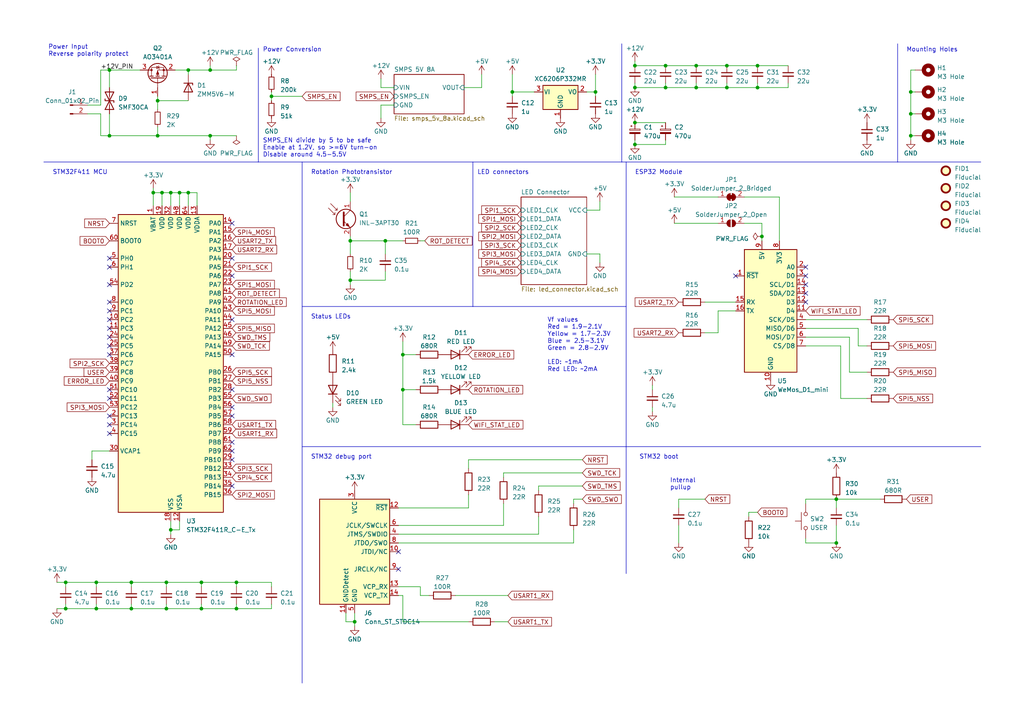
<source format=kicad_sch>
(kicad_sch (version 20230121) (generator eeschema)
  (paper "A4")
  (junction (at 31.75 39.37))
  (junction (at 201.93 19.05))
  (junction (at 38.1 168.91))
  (junction (at 31.75 20.32))
  (junction (at 201.93 25.4))
  (junction (at 242.57 157.48))
  (junction (at 220.98 68.58))
  (junction (at 27.94 168.91))
  (junction (at 184.15 35.56))
  (junction (at 19.05 176.53))
  (junction (at 116.84 102.87))
  (junction (at 184.15 19.05))
  (junction (at 242.57 144.78))
  (junction (at 101.6 81.28))
  (junction (at 184.15 41.91))
  (junction (at 264.16 33.02))
  (junction (at 27.94 176.53))
  (junction (at 101.6 69.85))
  (junction (at 60.96 39.37))
  (junction (at 148.59 26.67))
  (junction (at 193.04 19.05))
  (junction (at 68.58 168.91))
  (junction (at 60.96 20.32))
  (junction (at 210.82 25.4))
  (junction (at 48.26 176.53))
  (junction (at 219.71 25.4))
  (junction (at 49.53 153.67))
  (junction (at 46.99 55.88))
  (junction (at 44.45 55.88))
  (junction (at 210.82 19.05))
  (junction (at 49.53 55.88))
  (junction (at 264.16 39.37))
  (junction (at 219.71 19.05))
  (junction (at 19.05 168.91))
  (junction (at 264.16 26.67))
  (junction (at 102.87 180.34))
  (junction (at 116.84 113.03))
  (junction (at 38.1 176.53))
  (junction (at 172.72 26.67))
  (junction (at 45.72 39.37))
  (junction (at 48.26 168.91))
  (junction (at 54.61 20.32))
  (junction (at 78.74 27.94))
  (junction (at 45.72 29.21))
  (junction (at 184.15 25.4))
  (junction (at 68.58 176.53))
  (junction (at 54.61 55.88))
  (junction (at 111.76 69.85))
  (junction (at 193.04 25.4))
  (junction (at 58.42 176.53))
  (junction (at 58.42 168.91))
  (junction (at 52.07 55.88))
  (no_connect (at 31.75 90.17))
  (no_connect (at 67.31 80.01))
  (no_connect (at 233.68 80.01))
  (no_connect (at 67.31 118.11))
  (no_connect (at 31.75 92.71))
  (no_connect (at 31.75 77.47))
  (no_connect (at 67.31 128.27))
  (no_connect (at 115.57 165.1))
  (no_connect (at 233.68 77.47))
  (no_connect (at 31.75 102.87))
  (no_connect (at 115.57 160.02))
  (no_connect (at 233.68 85.09))
  (no_connect (at 31.75 97.79))
  (no_connect (at 67.31 120.65))
  (no_connect (at 31.75 82.55))
  (no_connect (at 31.75 125.73))
  (no_connect (at 67.31 130.81))
  (no_connect (at 67.31 140.97))
  (no_connect (at 67.31 74.93))
  (no_connect (at 233.68 82.55))
  (no_connect (at 67.31 113.03))
  (no_connect (at 67.31 133.35))
  (no_connect (at 67.31 92.71))
  (no_connect (at 31.75 74.93))
  (no_connect (at 31.75 95.25))
  (no_connect (at 31.75 120.65))
  (no_connect (at 31.75 113.03))
  (no_connect (at 31.75 100.33))
  (no_connect (at 233.68 87.63))
  (no_connect (at 67.31 64.77))
  (no_connect (at 31.75 87.63))
  (no_connect (at 31.75 123.19))
  (no_connect (at 67.31 102.87))
  (no_connect (at 213.36 80.01))
  (no_connect (at 31.75 115.57))
  (wire (pts (xy 193.04 24.13) (xy 193.04 25.4)))
  (wire (pts (xy 114.3 25.4) (xy 110.49 25.4)))
  (wire (pts (xy 173.99 73.66) (xy 173.99 76.2)))
  (wire (pts (xy 101.6 68.58) (xy 101.6 69.85)))
  (wire (pts (xy 54.61 29.21) (xy 45.72 29.21)))
  (wire (pts (xy 193.04 19.05) (xy 201.93 19.05)))
  (polyline (pts (xy 137.16 46.99) (xy 137.16 88.9)))
  (wire (pts (xy 264.16 26.67) (xy 265.43 26.67)))
  (wire (pts (xy 29.21 33.02) (xy 29.21 39.37)))
  (wire (pts (xy 49.53 55.88) (xy 46.99 55.88)))
  (wire (pts (xy 173.99 58.42) (xy 173.99 60.96)))
  (wire (pts (xy 31.75 20.32) (xy 31.75 25.4)))
  (wire (pts (xy 96.52 116.84) (xy 96.52 118.11)))
  (wire (pts (xy 27.94 168.91) (xy 27.94 170.18)))
  (wire (pts (xy 45.72 29.21) (xy 45.72 27.94)))
  (wire (pts (xy 121.92 170.18) (xy 121.92 172.72)))
  (wire (pts (xy 44.45 55.88) (xy 44.45 59.69)))
  (wire (pts (xy 132.08 172.72) (xy 147.32 172.72)))
  (wire (pts (xy 54.61 20.32) (xy 60.96 20.32)))
  (wire (pts (xy 264.16 39.37) (xy 265.43 39.37)))
  (wire (pts (xy 168.91 137.16) (xy 146.05 137.16)))
  (wire (pts (xy 52.07 55.88) (xy 49.53 55.88)))
  (wire (pts (xy 148.59 26.67) (xy 148.59 27.94)))
  (wire (pts (xy 170.18 73.66) (xy 173.99 73.66)))
  (wire (pts (xy 184.15 24.13) (xy 184.15 25.4)))
  (wire (pts (xy 264.16 40.64) (xy 264.16 39.37)))
  (polyline (pts (xy 87.63 46.99) (xy 87.63 198.12)))
  (wire (pts (xy 27.94 168.91) (xy 38.1 168.91)))
  (wire (pts (xy 208.28 96.52) (xy 208.28 90.17)))
  (wire (pts (xy 242.57 152.4) (xy 242.57 157.48)))
  (wire (pts (xy 29.21 30.48) (xy 29.21 20.32)))
  (wire (pts (xy 201.93 19.05) (xy 210.82 19.05)))
  (polyline (pts (xy 180.34 46.99) (xy 260.35 46.99)))
  (wire (pts (xy 220.98 68.58) (xy 220.98 69.85)))
  (wire (pts (xy 210.82 25.4) (xy 219.71 25.4)))
  (wire (pts (xy 228.6 24.13) (xy 228.6 25.4)))
  (wire (pts (xy 116.84 113.03) (xy 120.65 113.03)))
  (wire (pts (xy 116.84 123.19) (xy 120.65 123.19)))
  (wire (pts (xy 116.84 113.03) (xy 116.84 123.19)))
  (wire (pts (xy 219.71 24.13) (xy 219.71 25.4)))
  (wire (pts (xy 233.68 144.78) (xy 242.57 144.78)))
  (wire (pts (xy 193.04 19.05) (xy 184.15 19.05)))
  (wire (pts (xy 208.28 90.17) (xy 213.36 90.17)))
  (wire (pts (xy 38.1 176.53) (xy 48.26 176.53)))
  (wire (pts (xy 116.84 180.34) (xy 135.89 180.34)))
  (wire (pts (xy 50.8 20.32) (xy 54.61 20.32)))
  (wire (pts (xy 100.33 180.34) (xy 102.87 180.34)))
  (wire (pts (xy 68.58 19.05) (xy 68.58 20.32)))
  (wire (pts (xy 217.17 148.59) (xy 217.17 149.86)))
  (polyline (pts (xy 260.35 46.99) (xy 284.48 46.99)))
  (wire (pts (xy 27.94 176.53) (xy 38.1 176.53)))
  (wire (pts (xy 27.94 175.26) (xy 27.94 176.53)))
  (wire (pts (xy 148.59 26.67) (xy 154.94 26.67)))
  (wire (pts (xy 168.91 140.97) (xy 156.21 140.97)))
  (wire (pts (xy 248.92 100.33) (xy 251.46 100.33)))
  (wire (pts (xy 156.21 154.94) (xy 156.21 149.86)))
  (wire (pts (xy 57.15 59.69) (xy 57.15 55.88)))
  (wire (pts (xy 233.68 95.25) (xy 248.92 95.25)))
  (wire (pts (xy 52.07 153.67) (xy 49.53 153.67)))
  (wire (pts (xy 148.59 21.59) (xy 148.59 26.67)))
  (wire (pts (xy 219.71 19.05) (xy 228.6 19.05)))
  (wire (pts (xy 19.05 168.91) (xy 27.94 168.91)))
  (wire (pts (xy 25.4 33.02) (xy 29.21 33.02)))
  (wire (pts (xy 184.15 35.56) (xy 193.04 35.56)))
  (wire (pts (xy 60.96 39.37) (xy 60.96 40.64)))
  (wire (pts (xy 57.15 55.88) (xy 54.61 55.88)))
  (wire (pts (xy 16.51 168.91) (xy 19.05 168.91)))
  (wire (pts (xy 116.84 99.06) (xy 116.84 102.87)))
  (polyline (pts (xy 181.61 129.54) (xy 181.61 88.9)))
  (wire (pts (xy 135.89 133.35) (xy 168.91 133.35)))
  (wire (pts (xy 45.72 39.37) (xy 60.96 39.37)))
  (wire (pts (xy 52.07 151.13) (xy 52.07 153.67)))
  (wire (pts (xy 78.74 176.53) (xy 78.74 175.26)))
  (wire (pts (xy 121.92 172.72) (xy 124.46 172.72)))
  (wire (pts (xy 101.6 55.88) (xy 101.6 58.42)))
  (wire (pts (xy 215.9 64.77) (xy 220.98 64.77)))
  (wire (pts (xy 156.21 140.97) (xy 156.21 142.24)))
  (wire (pts (xy 265.43 20.32) (xy 264.16 20.32)))
  (wire (pts (xy 115.57 152.4) (xy 146.05 152.4)))
  (wire (pts (xy 146.05 152.4) (xy 146.05 146.05)))
  (wire (pts (xy 68.58 175.26) (xy 68.58 176.53)))
  (wire (pts (xy 184.15 41.91) (xy 193.04 41.91)))
  (wire (pts (xy 233.68 144.78) (xy 233.68 146.05)))
  (wire (pts (xy 226.06 69.85) (xy 226.06 57.15)))
  (wire (pts (xy 201.93 24.13) (xy 201.93 25.4)))
  (wire (pts (xy 102.87 177.8) (xy 102.87 180.34)))
  (wire (pts (xy 19.05 176.53) (xy 27.94 176.53)))
  (polyline (pts (xy 87.63 129.54) (xy 181.61 129.54)))
  (wire (pts (xy 68.58 168.91) (xy 68.58 170.18)))
  (wire (pts (xy 196.85 144.78) (xy 204.47 144.78)))
  (wire (pts (xy 101.6 78.74) (xy 101.6 81.28)))
  (wire (pts (xy 264.16 20.32) (xy 264.16 26.67)))
  (wire (pts (xy 243.84 115.57) (xy 251.46 115.57)))
  (wire (pts (xy 48.26 175.26) (xy 48.26 176.53)))
  (wire (pts (xy 49.53 59.69) (xy 49.53 55.88)))
  (wire (pts (xy 220.98 64.77) (xy 220.98 68.58)))
  (wire (pts (xy 139.7 25.4) (xy 139.7 21.59)))
  (wire (pts (xy 110.49 30.48) (xy 110.49 34.29)))
  (wire (pts (xy 116.84 102.87) (xy 116.84 113.03)))
  (wire (pts (xy 184.15 40.64) (xy 184.15 41.91)))
  (wire (pts (xy 78.74 26.67) (xy 78.74 27.94)))
  (wire (pts (xy 248.92 95.25) (xy 248.92 100.33)))
  (wire (pts (xy 60.96 39.37) (xy 68.58 39.37)))
  (wire (pts (xy 38.1 168.91) (xy 48.26 168.91)))
  (wire (pts (xy 110.49 25.4) (xy 110.49 22.86)))
  (wire (pts (xy 25.4 30.48) (xy 29.21 30.48)))
  (wire (pts (xy 48.26 168.91) (xy 48.26 170.18)))
  (wire (pts (xy 195.58 57.15) (xy 208.28 57.15)))
  (wire (pts (xy 135.89 135.89) (xy 135.89 133.35)))
  (wire (pts (xy 115.57 154.94) (xy 156.21 154.94)))
  (wire (pts (xy 135.89 147.32) (xy 135.89 143.51)))
  (wire (pts (xy 196.85 144.78) (xy 196.85 147.32)))
  (wire (pts (xy 170.18 26.67) (xy 172.72 26.67)))
  (wire (pts (xy 265.43 33.02) (xy 264.16 33.02)))
  (wire (pts (xy 233.68 92.71) (xy 251.46 92.71)))
  (wire (pts (xy 201.93 25.4) (xy 210.82 25.4)))
  (wire (pts (xy 115.57 157.48) (xy 166.37 157.48)))
  (wire (pts (xy 111.76 78.74) (xy 111.76 81.28)))
  (polyline (pts (xy 137.16 88.9) (xy 87.63 88.9)))
  (wire (pts (xy 193.04 40.64) (xy 193.04 41.91)))
  (wire (pts (xy 243.84 100.33) (xy 243.84 115.57)))
  (wire (pts (xy 58.42 168.91) (xy 58.42 170.18)))
  (wire (pts (xy 189.23 111.76) (xy 189.23 113.03)))
  (wire (pts (xy 121.92 69.85) (xy 123.19 69.85)))
  (polyline (pts (xy 181.61 129.54) (xy 181.61 166.37)))
  (wire (pts (xy 233.68 156.21) (xy 233.68 157.48)))
  (wire (pts (xy 19.05 168.91) (xy 19.05 170.18)))
  (wire (pts (xy 31.75 130.81) (xy 26.67 130.81)))
  (wire (pts (xy 210.82 24.13) (xy 210.82 25.4)))
  (wire (pts (xy 48.26 176.53) (xy 58.42 176.53)))
  (wire (pts (xy 46.99 55.88) (xy 44.45 55.88)))
  (wire (pts (xy 45.72 29.21) (xy 45.72 31.75)))
  (wire (pts (xy 166.37 144.78) (xy 166.37 146.05)))
  (wire (pts (xy 116.84 102.87) (xy 120.65 102.87)))
  (wire (pts (xy 115.57 170.18) (xy 121.92 170.18)))
  (wire (pts (xy 31.75 39.37) (xy 45.72 39.37)))
  (wire (pts (xy 196.85 152.4) (xy 196.85 157.48)))
  (wire (pts (xy 204.47 87.63) (xy 213.36 87.63)))
  (wire (pts (xy 31.75 33.02) (xy 31.75 39.37)))
  (wire (pts (xy 233.68 97.79) (xy 246.38 97.79)))
  (wire (pts (xy 52.07 59.69) (xy 52.07 55.88)))
  (wire (pts (xy 38.1 168.91) (xy 38.1 170.18)))
  (wire (pts (xy 78.74 27.94) (xy 87.63 27.94)))
  (wire (pts (xy 45.72 36.83) (xy 45.72 39.37)))
  (wire (pts (xy 195.58 64.77) (xy 208.28 64.77)))
  (wire (pts (xy 16.51 176.53) (xy 19.05 176.53)))
  (wire (pts (xy 19.05 175.26) (xy 19.05 176.53)))
  (wire (pts (xy 204.47 96.52) (xy 208.28 96.52)))
  (wire (pts (xy 189.23 118.11) (xy 189.23 119.38)))
  (wire (pts (xy 210.82 19.05) (xy 219.71 19.05)))
  (wire (pts (xy 193.04 25.4) (xy 184.15 25.4)))
  (wire (pts (xy 134.62 25.4) (xy 139.7 25.4)))
  (wire (pts (xy 173.99 60.96) (xy 170.18 60.96)))
  (wire (pts (xy 31.75 20.32) (xy 40.64 20.32)))
  (wire (pts (xy 101.6 81.28) (xy 111.76 81.28)))
  (wire (pts (xy 101.6 69.85) (xy 101.6 73.66)))
  (wire (pts (xy 184.15 17.78) (xy 184.15 19.05)))
  (wire (pts (xy 143.51 180.34) (xy 147.32 180.34)))
  (wire (pts (xy 246.38 97.79) (xy 246.38 107.95)))
  (wire (pts (xy 193.04 25.4) (xy 201.93 25.4)))
  (wire (pts (xy 29.21 39.37) (xy 31.75 39.37)))
  (polyline (pts (xy 137.16 88.9) (xy 181.61 88.9)))
  (wire (pts (xy 226.06 57.15) (xy 215.9 57.15)))
  (wire (pts (xy 54.61 20.32) (xy 54.61 21.59)))
  (wire (pts (xy 38.1 175.26) (xy 38.1 176.53)))
  (wire (pts (xy 26.67 130.81) (xy 26.67 133.35)))
  (wire (pts (xy 68.58 176.53) (xy 78.74 176.53)))
  (wire (pts (xy 115.57 147.32) (xy 135.89 147.32)))
  (wire (pts (xy 29.21 20.32) (xy 31.75 20.32)))
  (polyline (pts (xy 181.61 88.9) (xy 181.61 46.99)))
  (wire (pts (xy 54.61 55.88) (xy 52.07 55.88)))
  (polyline (pts (xy 260.35 12.7) (xy 260.35 46.99)))
  (wire (pts (xy 111.76 69.85) (xy 111.76 73.66)))
  (wire (pts (xy 100.33 177.8) (xy 100.33 180.34)))
  (polyline (pts (xy 74.93 13.97) (xy 74.93 46.99)))
  (wire (pts (xy 242.57 144.78) (xy 242.57 147.32)))
  (wire (pts (xy 58.42 168.91) (xy 68.58 168.91)))
  (wire (pts (xy 219.71 148.59) (xy 217.17 148.59)))
  (wire (pts (xy 166.37 157.48) (xy 166.37 153.67)))
  (wire (pts (xy 49.53 153.67) (xy 49.53 154.94)))
  (wire (pts (xy 264.16 33.02) (xy 264.16 39.37)))
  (polyline (pts (xy 12.7 46.99) (xy 74.93 46.99)))
  (wire (pts (xy 58.42 176.53) (xy 68.58 176.53)))
  (wire (pts (xy 242.57 144.78) (xy 255.27 144.78)))
  (wire (pts (xy 115.57 172.72) (xy 116.84 172.72)))
  (wire (pts (xy 101.6 81.28) (xy 101.6 82.55)))
  (wire (pts (xy 172.72 26.67) (xy 172.72 27.94)))
  (wire (pts (xy 246.38 107.95) (xy 251.46 107.95)))
  (wire (pts (xy 233.68 157.48) (xy 242.57 157.48)))
  (wire (pts (xy 78.74 168.91) (xy 78.74 170.18)))
  (wire (pts (xy 102.87 180.34) (xy 102.87 181.61)))
  (wire (pts (xy 68.58 168.91) (xy 78.74 168.91)))
  (wire (pts (xy 101.6 69.85) (xy 111.76 69.85)))
  (wire (pts (xy 44.45 54.61) (xy 44.45 55.88)))
  (wire (pts (xy 146.05 137.16) (xy 146.05 138.43)))
  (wire (pts (xy 168.91 144.78) (xy 166.37 144.78)))
  (wire (pts (xy 60.96 20.32) (xy 60.96 19.05)))
  (wire (pts (xy 219.71 25.4) (xy 228.6 25.4)))
  (polyline (pts (xy 180.34 12.7) (xy 180.34 46.99)))
  (wire (pts (xy 48.26 168.91) (xy 58.42 168.91)))
  (polyline (pts (xy 74.93 46.99) (xy 180.34 46.99)))
  (wire (pts (xy 114.3 30.48) (xy 110.49 30.48)))
  (wire (pts (xy 58.42 175.26) (xy 58.42 176.53)))
  (wire (pts (xy 233.68 100.33) (xy 243.84 100.33)))
  (wire (pts (xy 68.58 20.32) (xy 60.96 20.32)))
  (wire (pts (xy 264.16 26.67) (xy 264.16 33.02)))
  (wire (pts (xy 46.99 59.69) (xy 46.99 55.88)))
  (polyline (pts (xy 181.61 129.54) (xy 284.48 129.54)))
  (wire (pts (xy 172.72 21.59) (xy 172.72 26.67)))
  (wire (pts (xy 116.84 172.72) (xy 116.84 180.34)))
  (wire (pts (xy 78.74 27.94) (xy 78.74 29.21)))
  (wire (pts (xy 49.53 151.13) (xy 49.53 153.67)))
  (wire (pts (xy 111.76 69.85) (xy 116.84 69.85)))
  (wire (pts (xy 54.61 59.69) (xy 54.61 55.88)))
  (text "STM32F411 MCU" (at 15.24 50.8 0) (effects (font (size 1.27 1.27)) (justify left bottom)))
  (text "STM32 debug port" (at 90.17 133.35 0) (effects (font (size 1.27 1.27)) (justify left bottom)))
  (text "Internal\npullup" (at 194.31 142.24 0) (effects (font (size 1.27 1.27)) (justify left bottom)))
  (text "Power Conversion" (at 76.2 15.24 0) (effects (font (size 1.27 1.27)) (justify left bottom)))
  (text "Mounting Holes" (at 262.89 15.24 0) (effects (font (size 1.27 1.27)) (justify left bottom)))
  (text "Rotation Phototransistor" (at 90.17 50.8 0) (effects (font (size 1.27 1.27)) (justify left bottom)))
  (text "ESP32 Module" (at 184.15 50.8 0) (effects (font (size 1.27 1.27)) (justify left bottom)))
  (text "Vf values\nRed = 1.9-2.1V\nYellow = 1.7-2.3V\nBlue = 2.5-3.1V\nGreen = 2.8-2.9V\n\nLED: ~1mA\nRed LED: ~2mA" (at 158.75 107.95 0) (effects (font (size 1.27 1.27)) (justify left bottom)))
  (text "SMPS_EN divide by 5 to be safe\nEnable at 1.2V, so >=6V turn-on\nDisable around 4.5-5.5V" (at 76.2 45.72 0) (effects (font (size 1.27 1.27)) (justify left bottom)))
  (text "Power Input\nReverse polarity protect" (at 13.97 16.51 0) (effects (font (size 1.27 1.27)) (justify left bottom)))
  (text "LED connectors" (at 138.43 50.8 0) (effects (font (size 1.27 1.27)) (justify left bottom)))
  (text "STM32 boot" (at 185.42 133.35 0) (effects (font (size 1.27 1.27)) (justify left bottom)))
  (text "Status LEDs" (at 90.17 92.71 0) (effects (font (size 1.27 1.27)) (justify left bottom)))
  (label "+12V_PIN" (at 29.21 20.32 0))
  (global_label "SPI1_SCK" (shape input) (at 67.31 77.47 0) (property "Intersheetrefs" "${INTERSHEET_REFS}" (effects hide)))
  (global_label "USER" (shape input) (at 31.75 107.95 180) (property "Intersheetrefs" "${INTERSHEET_REFS}" (effects hide)))
  (global_label "SPI5_MISO" (shape input) (at 67.31 95.25 0) (property "Intersheetrefs" "${INTERSHEET_REFS}" (effects hide)))
  (global_label "USART1_RX" (shape input) (at 67.31 125.73 0) (property "Intersheetrefs" "${INTERSHEET_REFS}" (effects hide)))
  (global_label "SWD_SWO" (shape input) (at 67.31 115.57 0) (property "Intersheetrefs" "${INTERSHEET_REFS}" (effects hide)))
  (global_label "USART2_TX" (shape input) (at 196.85 87.63 180) (property "Intersheetrefs" "${INTERSHEET_REFS}" (effects hide)))
  (global_label "SPI2_SCK" (shape input) (at 31.75 105.41 180) (property "Intersheetrefs" "${INTERSHEET_REFS}" (effects hide)))
  (global_label "SPI4_SCK" (shape input) (at 151.13 76.2 180) (property "Intersheetrefs" "${INTERSHEET_REFS}" (effects hide)))
  (global_label "SPI5_NSS" (shape input) (at 67.31 110.49 0) (property "Intersheetrefs" "${INTERSHEET_REFS}" (effects hide)))
  (global_label "WIFI_STAT_LED" (shape input) (at 135.89 123.19 0) (property "Intersheetrefs" "${INTERSHEET_REFS}" (effects hide)))
  (global_label "SWD_TCK" (shape input) (at 168.91 137.16 0) (property "Intersheetrefs" "${INTERSHEET_REFS}" (effects hide)))
  (global_label "SWD_SWO" (shape input) (at 168.91 144.78 0) (property "Intersheetrefs" "${INTERSHEET_REFS}" (effects hide)))
  (global_label "SWD_TCK" (shape input) (at 67.31 100.33 0) (property "Intersheetrefs" "${INTERSHEET_REFS}" (effects hide)))
  (global_label "SMPS_EN" (shape input) (at 114.3 27.94 180) (property "Intersheetrefs" "${INTERSHEET_REFS}" (effects hide)))
  (global_label "SPI2_SCK" (shape input) (at 151.13 66.04 180) (property "Intersheetrefs" "${INTERSHEET_REFS}" (effects hide)))
  (global_label "BOOT0" (shape input) (at 31.75 69.85 180) (property "Intersheetrefs" "${INTERSHEET_REFS}" (effects hide)))
  (global_label "ROT_DETECT" (shape input) (at 67.31 85.09 0) (property "Intersheetrefs" "${INTERSHEET_REFS}" (effects hide)))
  (global_label "USER" (shape input) (at 262.89 144.78 0) (property "Intersheetrefs" "${INTERSHEET_REFS}" (effects hide)))
  (global_label "BOOT0" (shape input) (at 219.71 148.59 0) (property "Intersheetrefs" "${INTERSHEET_REFS}" (effects hide)))
  (global_label "NRST" (shape input) (at 31.75 64.77 180) (property "Intersheetrefs" "${INTERSHEET_REFS}" (effects hide)))
  (global_label "SPI5_SCK" (shape input) (at 67.31 107.95 0) (property "Intersheetrefs" "${INTERSHEET_REFS}" (effects hide)))
  (global_label "SPI5_SCK" (shape input) (at 259.08 92.71 0) (property "Intersheetrefs" "${INTERSHEET_REFS}" (effects hide)))
  (global_label "NRST" (shape input) (at 204.47 144.78 0) (property "Intersheetrefs" "${INTERSHEET_REFS}" (effects hide)))
  (global_label "SPI3_SCK" (shape input) (at 67.31 135.89 0) (property "Intersheetrefs" "${INTERSHEET_REFS}" (effects hide)))
  (global_label "SPI2_MOSI" (shape input) (at 151.13 68.58 180) (property "Intersheetrefs" "${INTERSHEET_REFS}" (effects hide)))
  (global_label "ERROR_LED" (shape input) (at 31.75 110.49 180) (property "Intersheetrefs" "${INTERSHEET_REFS}" (effects hide)))
  (global_label "SPI5_MISO" (shape input) (at 259.08 107.95 0) (property "Intersheetrefs" "${INTERSHEET_REFS}" (effects hide)))
  (global_label "SPI5_NSS" (shape input) (at 259.08 115.57 0) (property "Intersheetrefs" "${INTERSHEET_REFS}" (effects hide)))
  (global_label "USART2_RX" (shape input) (at 67.31 72.39 0) (property "Intersheetrefs" "${INTERSHEET_REFS}" (effects hide)))
  (global_label "SPI5_MOSI" (shape input) (at 67.31 90.17 0) (property "Intersheetrefs" "${INTERSHEET_REFS}" (effects hide)))
  (global_label "WIFI_STAT_LED" (shape input) (at 233.68 90.17 0) (property "Intersheetrefs" "${INTERSHEET_REFS}" (effects hide)))
  (global_label "SWD_TMS" (shape input) (at 67.31 97.79 0) (property "Intersheetrefs" "${INTERSHEET_REFS}" (effects hide)))
  (global_label "SWD_TMS" (shape input) (at 168.91 140.97 0) (property "Intersheetrefs" "${INTERSHEET_REFS}" (effects hide)))
  (global_label "USART1_TX" (shape input) (at 147.32 180.34 0) (property "Intersheetrefs" "${INTERSHEET_REFS}" (effects hide)))
  (global_label "SPI4_MOSI" (shape input) (at 151.13 78.74 180) (property "Intersheetrefs" "${INTERSHEET_REFS}" (effects hide)))
  (global_label "ROTATION_LED" (shape input) (at 67.31 87.63 0) (property "Intersheetrefs" "${INTERSHEET_REFS}" (effects hide)))
  (global_label "USART1_RX" (shape input) (at 147.32 172.72 0) (property "Intersheetrefs" "${INTERSHEET_REFS}" (effects hide)))
  (global_label "USART2_RX" (shape input) (at 196.85 96.52 180) (property "Intersheetrefs" "${INTERSHEET_REFS}" (effects hide)))
  (global_label "SPI3_MOSI" (shape input) (at 151.13 73.66 180) (property "Intersheetrefs" "${INTERSHEET_REFS}" (effects hide)))
  (global_label "SPI3_SCK" (shape input) (at 151.13 71.12 180) (property "Intersheetrefs" "${INTERSHEET_REFS}" (effects hide)))
  (global_label "SPI5_MOSI" (shape input) (at 259.08 100.33 0) (property "Intersheetrefs" "${INTERSHEET_REFS}" (effects hide)))
  (global_label "SPI2_MOSI" (shape input) (at 67.31 143.51 0) (property "Intersheetrefs" "${INTERSHEET_REFS}" (effects hide)))
  (global_label "ERROR_LED" (shape input) (at 135.89 102.87 0) (property "Intersheetrefs" "${INTERSHEET_REFS}" (effects hide)))
  (global_label "USART1_TX" (shape input) (at 67.31 123.19 0) (property "Intersheetrefs" "${INTERSHEET_REFS}" (effects hide)))
  (global_label "SPI3_MOSI" (shape input) (at 31.75 118.11 180) (property "Intersheetrefs" "${INTERSHEET_REFS}" (effects hide)))
  (global_label "ROT_DETECT" (shape input) (at 123.19 69.85 0) (property "Intersheetrefs" "${INTERSHEET_REFS}" (effects hide)))
  (global_label "SPI1_MOSI" (shape input) (at 67.31 82.55 0) (property "Intersheetrefs" "${INTERSHEET_REFS}" (effects hide)))
  (global_label "ROTATION_LED" (shape input) (at 135.89 113.03 0) (property "Intersheetrefs" "${INTERSHEET_REFS}" (effects hide)))
  (global_label "SMPS_EN" (shape input) (at 87.63 27.94 0) (property "Intersheetrefs" "${INTERSHEET_REFS}" (effects hide)))
  (global_label "SPI1_MOSI" (shape input) (at 151.13 63.5 180) (property "Intersheetrefs" "${INTERSHEET_REFS}" (effects hide)))
  (global_label "USART2_TX" (shape input) (at 67.31 69.85 0) (property "Intersheetrefs" "${INTERSHEET_REFS}" (effects hide)))
  (global_label "SPI4_SCK" (shape input) (at 67.31 138.43 0) (property "Intersheetrefs" "${INTERSHEET_REFS}" (effects hide)))
  (global_label "SPI1_SCK" (shape input) (at 151.13 60.96 180) (property "Intersheetrefs" "${INTERSHEET_REFS}" (effects hide)))
  (global_label "SPI4_MOSI" (shape input) (at 67.31 67.31 0) (property "Intersheetrefs" "${INTERSHEET_REFS}" (effects hide)))
  (global_label "NRST" (shape input) (at 168.91 133.35 0) (property "Intersheetrefs" "${INTERSHEET_REFS}" (effects hide)))
  (symbol (lib_id "Device:LED") (at 132.08 113.03 180) (unit 1)
    (property "Reference" "D12" (at 133.6675 106.68 0))
    (property "Value" "YELLOW LED" (at 133.6675 109.22 0))
    (property "Footprint" "LED_SMD:LED_0603_1608Metric" (effects hide))
    (property "LCSC" "C72038" (effects hide))
  )
  (symbol (lib_id "power:GND") (at 217.17 157.48 0) (unit 1)
    (property "Reference" "#PWR040" (effects hide))
    (property "Value" "GND" (at 217.17 161.29 0))
  )
  (symbol (lib_id "power:GND") (at 96.52 118.11 0) (unit 1)
    (property "Reference" "#PWR029" (effects hide))
    (property "Value" "GND" (at 96.52 121.92 0))
  )
  (symbol (lib_id "power:+3.3V") (at 195.58 57.15 0) (unit 1)
    (property "Reference" "#PWR031" (effects hide))
    (property "Value" "+3.3V" (at 195.58 53.34 0))
  )
  (symbol (lib_id "Device:D_TVS") (at 31.75 29.21 90) (unit 1)
    (property "Reference" "D9" (at 34.29 28.575 90) (effects (justify right)))
    (property "Value" "SMF30CA" (at 34.29 31.115 90) (effects (justify right)))
    (property "Footprint" "Diode_SMD:D_SOD-123F" (effects hide))
    (property "LCSC" "C2990493" (effects hide))
  )
  (symbol (lib_id "Device:R") (at 259.08 144.78 270) (unit 1)
    (property "Reference" "R31" (at 259.08 139.7 90))
    (property "Value" "680R" (at 259.08 142.24 90))
    (property "Footprint" "Resistor_SMD:R_0402_1005Metric" (effects hide))
    (property "LCSC" "C25130" (effects hide))
  )
  (symbol (lib_id "Device:LED") (at 132.08 102.87 180) (unit 1)
    (property "Reference" "D11" (at 133.6675 96.52 0))
    (property "Value" "RED LED" (at 133.6675 99.06 0))
    (property "Footprint" "LED_SMD:LED_0603_1608Metric" (effects hide))
    (property "Field4" "C2286" (effects hide))
  )
  (symbol (lib_id "Mechanical:Fiducial") (at 274.32 49.53 0) (unit 1) (in_bom no)
    (property "Reference" "FID1" (at 276.86 48.895 0) (effects (justify left)))
    (property "Value" "Fiducial" (at 276.86 51.435 0) (effects (justify left)))
    (property "Footprint" "Fiducial:Fiducial_1mm_Mask2mm" (effects hide))
  )
  (symbol (lib_id "Device:R") (at 96.52 105.41 0) (unit 1)
    (property "Reference" "R11" (at 99.06 104.775 0) (effects (justify left)))
    (property "Value" "2.4k" (at 99.06 107.315 0) (effects (justify left)))
    (property "Footprint" "Resistor_SMD:R_0402_1005Metric" (effects hide))
    (property "LCSC" "C25882" (effects hide))
  )
  (symbol (lib_id "Device:C_Small") (at 58.42 172.72 0) (unit 1)
    (property "Reference" "C19" (at 60.96 172.0913 0) (effects (justify left)))
    (property "Value" "0.1u" (at 60.96 174.6313 0) (effects (justify left)))
    (property "Footprint" "Capacitor_SMD:C_0402_1005Metric" (effects hide))
    (property "LCSC" "C1525" (effects hide))
  )
  (symbol (lib_id "Device:R") (at 255.27 115.57 270) (unit 1)
    (property "Reference" "R20" (at 255.27 110.49 90))
    (property "Value" "22R" (at 255.27 113.03 90))
    (property "Footprint" "Resistor_SMD:R_0402_1005Metric" (effects hide))
    (property "Field4" "C25092" (effects hide))
  )
  (symbol (lib_id "power:GND") (at 184.15 25.4 0) (unit 1)
    (property "Reference" "#PWR025" (effects hide))
    (property "Value" "GND" (at 184.15 29.21 0))
  )
  (symbol (lib_id "Device:C_Small") (at 111.76 76.2 180) (unit 1)
    (property "Reference" "C35" (at 114.3 75.5586 0) (effects (justify right)))
    (property "Value" "0.1u" (at 114.3 78.0986 0) (effects (justify right)))
    (property "Footprint" "Capacitor_SMD:C_0402_1005Metric" (effects hide))
    (property "LCSC" "C1525" (effects hide))
  )
  (symbol (lib_id "Device:C_Small") (at 38.1 172.72 0) (unit 1)
    (property "Reference" "C17" (at 40.64 172.0913 0) (effects (justify left)))
    (property "Value" "0.1u" (at 40.64 174.6313 0) (effects (justify left)))
    (property "Footprint" "Capacitor_SMD:C_0402_1005Metric" (effects hide))
    (property "LCSC" "C1525" (effects hide))
  )
  (symbol (lib_id "power:+3.3V") (at 242.57 137.16 0) (unit 1)
    (property "Reference" "#PWR041" (effects hide))
    (property "Value" "+3.3V" (at 242.57 133.35 0))
  )
  (symbol (lib_id "Device:R") (at 135.89 139.7 0) (unit 1)
    (property "Reference" "R23" (at 138.43 139.065 0) (effects (justify left)))
    (property "Value" "22R" (at 138.43 141.605 0) (effects (justify left)))
    (property "Footprint" "Resistor_SMD:R_0402_1005Metric" (effects hide))
    (property "LCSC" "C25092" (effects hide))
  )
  (symbol (lib_id "power:GND") (at 162.56 34.29 0) (unit 1)
    (property "Reference" "#PWR013" (effects hide))
    (property "Value" "GND" (at 162.56 38.1 0))
  )
  (symbol (lib_id "power:GND") (at 184.15 41.91 0) (unit 1)
    (property "Reference" "#PWR07" (effects hide))
    (property "Value" "GND" (at 184.15 45.72 0))
  )
  (symbol (lib_id "Jumper:SolderJumper_2_Bridged") (at 212.09 57.15 0) (unit 1)
    (property "Reference" "JP1" (at 212.09 52.07 0))
    (property "Value" "SolderJumper_2_Bridged" (at 212.09 54.61 0))
    (property "Footprint" "Jumper:SolderJumper-2_P1.3mm_Bridged_RoundedPad1.0x1.5mm" (effects hide))
  )
  (symbol (lib_id "Device:R") (at 242.57 140.97 0) (unit 1)
    (property "Reference" "R30" (at 245.11 140.335 0) (effects (justify left)))
    (property "Value" "10k" (at 245.11 142.875 0) (effects (justify left)))
    (property "Footprint" "Resistor_SMD:R_0402_1005Metric" (effects hide))
    (property "LCSC" "C25744" (effects hide))
  )
  (symbol (lib_id "Device:R_Small") (at 78.74 31.75 0) (unit 1)
    (property "Reference" "R9" (at 81.28 31.115 0) (effects (justify left)))
    (property "Value" "51k" (at 81.28 33.655 0) (effects (justify left)))
    (property "Footprint" "Resistor_SMD:R_0402_1005Metric" (effects hide))
    (property "LCSC" "C25794" (effects hide))
  )
  (symbol (lib_id "power:GND") (at 26.67 138.43 0) (unit 1)
    (property "Reference" "#PWR019" (effects hide))
    (property "Value" "GND" (at 26.67 142.24 0))
  )
  (symbol (lib_id "Connector:Conn_ST_STDC14") (at 102.87 160.02 0) (unit 1)
    (property "Reference" "J6" (at 107.95 177.8 0) (effects (justify right)))
    (property "Value" "Conn_ST_STDC14" (at 121.92 180.34 0) (effects (justify right)))
    (property "Footprint" "Connector_PinHeader_1.27mm:PinHeader_2x07_P1.27mm_Vertical_SMD" (effects hide))
    (property "Datasheet" "https://www.st.com/content/ccc/resource/technical/document/user_manual/group1/99/49/91/b6/b2/3a/46/e5/DM00526767/files/DM00526767.pdf/jcr:content/translations/en.DM00526767.pdf" (effects hide))
    (property "LCSC" "C5160763" (effects hide))
  )
  (symbol (lib_id "Device:C_Small") (at 219.71 21.59 0) (unit 1)
    (property "Reference" "C31" (at 222.25 20.9613 0) (effects (justify left)))
    (property "Value" "22u" (at 222.25 23.5013 0) (effects (justify left)))
    (property "Footprint" "Capacitor_SMD:C_0805_2012Metric" (effects hide))
    (property "LCSC" "C45783" (effects hide))
  )
  (symbol (lib_id "power:+3.3V") (at 16.51 168.91 0) (unit 1)
    (property "Reference" "#PWR018" (effects hide))
    (property "Value" "+3.3V" (at 16.51 165.1 0))
  )
  (symbol (lib_id "power:GND") (at 78.74 34.29 0) (unit 1)
    (property "Reference" "#PWR010" (effects hide))
    (property "Value" "GND" (at 78.74 38.1 0))
  )
  (symbol (lib_id "Mechanical:Fiducial") (at 274.32 64.77 0) (unit 1) (in_bom no)
    (property "Reference" "FID4" (at 276.86 64.135 0) (effects (justify left)))
    (property "Value" "Fiducial" (at 276.86 66.675 0) (effects (justify left)))
    (property "Footprint" "Fiducial:Fiducial_1mm_Mask2mm" (effects hide))
  )
  (symbol (lib_id "Switch:SW_Push") (at 233.68 151.13 90) (unit 1)
    (property "Reference" "SW2" (at 234.95 150.495 90) (effects (justify right)))
    (property "Value" "USER" (at 234.95 153.035 90) (effects (justify right)))
    (property "Footprint" "Button_Switch_SMD:SW_SPST_EVPBF" (effects hide))
    (property "LCSC" "C318884" (effects hide))
  )
  (symbol (lib_id "Device:C_Small") (at 196.85 149.86 0) (unit 1)
    (property "Reference" "C27" (at 199.39 149.2313 0) (effects (justify left)))
    (property "Value" "0.1u" (at 199.39 151.7713 0) (effects (justify left)))
    (property "Footprint" "Capacitor_SMD:C_0402_1005Metric" (effects hide))
    (property "LCSC" "C1525" (effects hide))
  )
  (symbol (lib_id "Device:R") (at 166.37 149.86 0) (unit 1)
    (property "Reference" "R26" (at 168.91 149.225 0) (effects (justify left)))
    (property "Value" "22R" (at 168.91 151.765 0) (effects (justify left)))
    (property "Footprint" "Resistor_SMD:R_0402_1005Metric" (effects hide))
    (property "LCSC" "C25092" (effects hide))
  )
  (symbol (lib_id "power:GND") (at 49.53 154.94 0) (unit 1)
    (property "Reference" "#PWR020" (effects hide))
    (property "Value" "GND" (at 49.53 158.75 0))
  )
  (symbol (lib_id "power:GND") (at 196.85 157.48 0) (unit 1)
    (property "Reference" "#PWR039" (effects hide))
    (property "Value" "GND" (at 196.85 161.29 0))
  )
  (symbol (lib_id "MCU_ST_STM32F4:STM32F411R_C-E_Tx") (at 49.53 105.41 0) (unit 1)
    (property "Reference" "U3" (at 54.0259 151.13 0) (effects (justify left)))
    (property "Value" "STM32F411R_C-E_Tx" (at 54.0259 153.67 0) (effects (justify left)))
    (property "Footprint" "Package_QFP:LQFP-64_10x10mm_P0.5mm" (effects hide))
    (property "Datasheet" "https://www.st.com/resource/en/datasheet/stm32f411rc.pdf" (effects hide))
    (property "LCSC" "C94355" (effects hide))
  )
  (symbol (lib_id "MCU_Module:WeMos_D1_mini") (at 223.52 90.17 0) (unit 1)
    (property "Reference" "U5" (at 225.4759 110.49 0) (effects (justify left)))
    (property "Value" "WeMos_D1_mini" (at 225.4759 113.03 0) (effects (justify left)))
    (property "Footprint" "Module:WEMOS_D1_mini_light" (effects hide))
    (property "Datasheet" "https://wiki.wemos.cc/products:d1:d1_mini#documentation" (effects hide))
  )
  (symbol (lib_id "Device:Q_Photo_NPN") (at 99.06 63.5 0) (unit 1)
    (property "Reference" "Q1" (at 104.14 62.1157 0) (effects (justify left)))
    (property "Value" "INL-3APT30" (at 104.14 64.6557 0) (effects (justify left)))
    (property "Footprint" "LED_THT:LED_D3.0mm_Clear" (effects hide))
  )
  (symbol (lib_id "Mechanical:MountingHole_Pad") (at 267.97 20.32 270) (unit 1)
    (property "Reference" "H1" (at 271.78 19.685 90) (effects (justify left)))
    (property "Value" "M3 Hole" (at 271.78 22.225 90) (effects (justify left)))
    (property "Footprint" "MountingHole:MountingHole_3.2mm_M3_DIN965_Pad_TopBottom" (effects hide))
  )
  (symbol (lib_id "Device:LED") (at 96.52 113.03 90) (unit 1)
    (property "Reference" "D10" (at 100.33 113.9825 90) (effects (justify right)))
    (property "Value" "GREEN LED" (at 100.33 116.5225 90) (effects (justify right)))
    (property "Footprint" "LED_SMD:LED_0805_2012Metric" (effects hide))
    (property "LCSC" "C2297" (effects hide))
  )
  (symbol (lib_id "Device:R") (at 156.21 146.05 0) (unit 1)
    (property "Reference" "R25" (at 158.75 145.415 0) (effects (justify left)))
    (property "Value" "22R" (at 158.75 147.955 0) (effects (justify left)))
    (property "Footprint" "Resistor_SMD:R_0402_1005Metric" (effects hide))
    (property "LCSC" "C25092" (effects hide))
  )
  (symbol (lib_id "power:+5V") (at 195.58 64.77 0) (unit 1)
    (property "Reference" "#PWR05" (effects hide))
    (property "Value" "+5V" (at 195.58 60.96 0))
  )
  (symbol (lib_id "Device:C_Small") (at 148.59 30.48 0) (unit 1)
    (property "Reference" "C12" (at 151.13 29.8513 0) (effects (justify left)))
    (property "Value" "1u" (at 151.13 32.3913 0) (effects (justify left)))
    (property "Footprint" "Capacitor_SMD:C_0402_1005Metric" (effects hide))
    (property "LSCS" "C52923" (effects hide))
  )
  (symbol (lib_id "Device:R") (at 139.7 180.34 90) (unit 1)
    (property "Reference" "R28" (at 139.7 175.26 90))
    (property "Value" "100R" (at 139.7 177.8 90))
    (property "Footprint" "Resistor_SMD:R_0402_1005Metric" (effects hide))
    (property "LCSC" "C25076" (effects hide))
  )
  (symbol (lib_id "power:+3.3V") (at 102.87 142.24 0) (unit 1)
    (property "Reference" "#PWR038" (effects hide))
    (property "Value" "+3.3V" (at 102.87 138.43 0))
  )
  (symbol (lib_id "Transistor_FET:AO3401A") (at 45.72 22.86 90) (unit 1)
    (property "Reference" "Q2" (at 45.72 13.97 90))
    (property "Value" "AO3401A" (at 45.72 16.51 90))
    (property "Footprint" "Package_TO_SOT_SMD:SOT-23" (effects hide))
    (property "Datasheet" "http://www.aosmd.com/pdfs/datasheet/AO3401A.pdf" (effects hide))
    (property "LCSC" "C15127" (effects hide))
  )
  (symbol (lib_id "Device:C_Small") (at 26.67 135.89 0) (unit 1)
    (property "Reference" "C15" (at 29.21 135.2613 0) (effects (justify left)))
    (property "Value" "4.7u" (at 29.21 137.8013 0) (effects (justify left)))
    (property "Footprint" "Capacitor_SMD:C_0402_1005Metric" (effects hide))
    (property "LCSC" "C23733" (effects hide))
  )
  (symbol (lib_id "Device:C_Small") (at 251.46 38.1 0) (unit 1)
    (property "Reference" "C33" (at 254 37.4713 0) (effects (justify left)))
    (property "Value" "1u" (at 254 40.0113 0) (effects (justify left)))
    (property "Footprint" "Capacitor_SMD:C_0402_1005Metric" (effects hide))
    (property "LCSC" "C52923" (effects hide))
  )
  (symbol (lib_id "power:GND") (at 102.87 181.61 0) (unit 1)
    (property "Reference" "#PWR042" (effects hide))
    (property "Value" "GND" (at 102.87 185.42 0))
  )
  (symbol (lib_id "Mechanical:Fiducial") (at 274.32 54.61 0) (unit 1) (in_bom no)
    (property "Reference" "FID2" (at 276.86 53.975 0) (effects (justify left)))
    (property "Value" "Fiducial" (at 276.86 56.515 0) (effects (justify left)))
    (property "Footprint" "Fiducial:Fiducial_1mm_Mask2mm" (effects hide))
  )
  (symbol (lib_id "Device:C_Small") (at 19.05 172.72 0) (unit 1)
    (property "Reference" "C14" (at 21.59 172.0913 0) (effects (justify left)))
    (property "Value" "4.7u" (at 21.59 174.6313 0) (effects (justify left)))
    (property "Footprint" "Capacitor_SMD:C_0402_1005Metric" (effects hide))
    (property "Field4" "C23733" (effects hide))
  )
  (symbol (lib_id "Device:C_Small") (at 48.26 172.72 0) (unit 1)
    (property "Reference" "C18" (at 50.8 172.0913 0) (effects (justify left)))
    (property "Value" "0.1u" (at 50.8 174.6313 0) (effects (justify left)))
    (property "Footprint" "Capacitor_SMD:C_0402_1005Metric" (effects hide))
    (property "LCSC" "C1525" (effects hide))
  )
  (symbol (lib_id "Device:C_Small") (at 27.94 172.72 180) (unit 1)
    (property "Reference" "C16" (at 30.48 172.0786 0) (effects (justify right)))
    (property "Value" "0.1u" (at 30.48 174.6186 0) (effects (justify right)))
    (property "Footprint" "Capacitor_SMD:C_0402_1005Metric" (effects hide))
    (property "LCSC" "C1525" (effects hide))
  )
  (symbol (lib_id "Device:C_Small") (at 172.72 30.48 0) (unit 1)
    (property "Reference" "C13" (at 175.26 29.8513 0) (effects (justify left)))
    (property "Value" "1u" (at 175.26 32.3913 0) (effects (justify left)))
    (property "Footprint" "Capacitor_SMD:C_0402_1005Metric" (effects hide))
    (property "LCSC" "C52923" (effects hide))
  )
  (symbol (lib_id "power:+5V") (at 173.99 58.42 0) (unit 1)
    (property "Reference" "#PWR023" (effects hide))
    (property "Value" "+5V" (at 173.99 54.61 0))
  )
  (symbol (lib_id "power:+12V") (at 60.96 19.05 0) (unit 1)
    (property "Reference" "#PWR03" (effects hide))
    (property "Value" "+12V" (at 60.96 15.24 0))
  )
  (symbol (lib_id "Device:C_Small") (at 189.23 115.57 0) (unit 1)
    (property "Reference" "C26" (at 191.77 114.9413 0) (effects (justify left)))
    (property "Value" "4.7u" (at 191.77 117.4813 0) (effects (justify left)))
    (property "Footprint" "Capacitor_SMD:C_0402_1005Metric" (effects hide))
    (property "LCSC" "C23733" (effects hide))
  )
  (symbol (lib_id "Device:R") (at 124.46 113.03 270) (unit 1)
    (property "Reference" "R13" (at 124.46 107.95 90))
    (property "Value" "1.5k" (at 124.46 110.49 90))
    (property "Footprint" "Resistor_SMD:R_0402_1005Metric" (effects hide))
    (property "LCSC" "C25867" (effects hide))
  )
  (symbol (lib_id "power:+3.3V") (at 172.72 21.59 0) (unit 1)
    (property "Reference" "#PWR016" (effects hide))
    (property "Value" "+3.3V" (at 172.72 17.78 0))
  )
  (symbol (lib_id "power:PWR_FLAG") (at 68.58 19.05 0) (unit 1)
    (property "Reference" "#FLG02" (effects hide))
    (property "Value" "PWR_FLAG" (at 68.58 15.24 0))
  )
  (symbol (lib_id "Device:R") (at 200.66 87.63 270) (unit 1)
    (property "Reference" "R15" (at 200.66 82.55 90))
    (property "Value" "22R" (at 200.66 85.09 90))
    (property "Footprint" "Resistor_SMD:R_0402_1005Metric" (effects hide))
    (property "Field4" "C25092" (effects hide))
  )
  (symbol (lib_id "Device:R") (at 146.05 142.24 0) (unit 1)
    (property "Reference" "R24" (at 148.59 141.605 0) (effects (justify left)))
    (property "Value" "22R" (at 148.59 144.145 0) (effects (justify left)))
    (property "Footprint" "Resistor_SMD:R_0402_1005Metric" (effects hide))
    (property "LCSC" "C25092" (effects hide))
  )
  (symbol (lib_id "power:+5V") (at 139.7 21.59 0) (unit 1)
    (property "Reference" "#PWR02" (effects hide))
    (property "Value" "+5V" (at 139.7 17.78 0))
  )
  (symbol (lib_id "power:GND") (at 101.6 82.55 0) (mirror y) (unit 1)
    (property "Reference" "#PWR035" (effects hide))
    (property "Value" "GND" (at 101.6 86.36 0))
  )
  (symbol (lib_id "Device:R") (at 255.27 100.33 270) (unit 1)
    (property "Reference" "R18" (at 255.27 95.25 90))
    (property "Value" "22R" (at 255.27 97.79 90))
    (property "Footprint" "Resistor_SMD:R_0402_1005Metric" (effects hide))
    (property "LCSC" "C25092" (effects hide))
  )
  (symbol (lib_id "Device:R_Small") (at 45.72 34.29 0) (unit 1)
    (property "Reference" "R29" (at 48.26 33.655 0) (effects (justify left)))
    (property "Value" "2K" (at 48.26 36.195 0) (effects (justify left)))
    (property "Footprint" "Resistor_SMD:R_0402_1005Metric" (effects hide))
  )
  (symbol (lib_id "power:+3.3V") (at 44.45 54.61 0) (unit 1)
    (property "Reference" "#PWR021" (effects hide))
    (property "Value" "+3.3V" (at 44.45 50.8 0))
  )
  (symbol (lib_id "power:GND") (at 173.99 76.2 0) (unit 1)
    (property "Reference" "#PWR022" (effects hide))
    (property "Value" "GND" (at 173.99 80.01 0))
  )
  (symbol (lib_id "Device:R") (at 124.46 102.87 90) (unit 1)
    (property "Reference" "R12" (at 124.46 97.79 90))
    (property "Value" "680R" (at 124.46 100.33 90))
    (property "Footprint" "Resistor_SMD:R_0402_1005Metric" (effects hide))
    (property "LCSC" "C25130" (effects hide))
  )
  (symbol (lib_id "power:GND") (at 189.23 119.38 0) (unit 1)
    (property "Reference" "#PWR037" (effects hide))
    (property "Value" "GND" (at 189.23 123.19 0))
  )
  (symbol (lib_id "Device:R") (at 217.17 153.67 0) (unit 1)
    (property "Reference" "R22" (at 219.71 153.035 0) (effects (justify left)))
    (property "Value" "10k" (at 219.71 155.575 0) (effects (justify left)))
    (property "Footprint" "Resistor_SMD:R_0402_1005Metric" (effects hide))
    (property "LCSC" "C25744" (effects hide))
  )
  (symbol (lib_id "Regulator_Linear:XC6206PxxxMR") (at 162.56 26.67 0) (unit 1)
    (property "Reference" "U2" (at 162.56 20.32 0))
    (property "Value" "XC6206P332MR" (at 162.56 22.86 0))
    (property "Footprint" "Package_TO_SOT_SMD:SOT-23-3" (effects hide))
    (property "Datasheet" "https://www.torexsemi.com/file/xc6206/XC6206.pdf" (effects hide))
  )
  (symbol (lib_id "power:GND") (at 148.59 33.02 0) (unit 1)
    (property "Reference" "#PWR012" (effects hide))
    (property "Value" "GND" (at 148.59 36.83 0))
  )
  (symbol (lib_id "Device:R_Small") (at 78.74 24.13 0) (unit 1)
    (property "Reference" "R8" (at 81.28 23.495 0) (effects (justify left)))
    (property "Value" "200k" (at 81.28 26.035 0) (effects (justify left)))
    (property "Footprint" "Resistor_SMD:R_0402_1005Metric" (effects hide))
    (property "LCSC" "C25764" (effects hide))
  )
  (symbol (lib_id "power:+12V") (at 184.15 35.56 0) (unit 1)
    (property "Reference" "#PWR06" (effects hide))
    (property "Value" "+12V" (at 184.15 31.75 0))
  )
  (symbol (lib_id "power:+12V") (at 110.49 22.86 0) (unit 1)
    (property "Reference" "#PWR01" (effects hide))
    (property "Value" "+12V" (at 110.49 19.05 0))
  )
  (symbol (lib_id "power:GND") (at 264.16 40.64 0) (unit 1)
    (property "Reference" "#PWR017" (effects hide))
    (property "Value" "GND" (at 264.16 44.45 0))
  )
  (symbol (lib_id "Device:C_Small") (at 210.82 21.59 0) (unit 1)
    (property "Reference" "C25" (at 213.36 20.9613 0) (effects (justify left)))
    (property "Value" "22u" (at 213.36 23.5013 0) (effects (justify left)))
    (property "Footprint" "Capacitor_SMD:C_0805_2012Metric" (effects hide))
    (property "LCSC" "C45783" (effects hide))
  )
  (symbol (lib_id "power:+3.3V") (at 116.84 99.06 0) (unit 1)
    (property "Reference" "#PWR030" (effects hide))
    (property "Value" "+3.3V" (at 116.84 95.25 0))
  )
  (symbol (lib_id "Device:C_Small") (at 193.04 21.59 0) (unit 1)
    (property "Reference" "C23" (at 195.58 20.9613 0) (effects (justify left)))
    (property "Value" "22u" (at 195.58 23.5013 0) (effects (justify left)))
    (property "Footprint" "Capacitor_SMD:C_0805_2012Metric" (effects hide))
    (property "LCSC" "C45783" (effects hide))
  )
  (symbol (lib_id "Device:C_Polarized_Small") (at 184.15 38.1 0) (unit 1)
    (property "Reference" "C1" (at 186.69 36.9189 0) (effects (justify left)))
    (property "Value" "470u" (at 186.69 39.4589 0) (effects (justify left)))
    (property "Footprint" "Capacitor_THT:CP_Radial_D10.0mm_P5.00mm" (effects hide))
  )
  (symbol (lib_id "power:+3.3V") (at 251.46 35.56 0) (unit 1)
    (property "Reference" "#PWR014" (effects hide))
    (property "Value" "+3.3V" (at 251.46 31.75 0))
  )
  (symbol (lib_id "Jumper:SolderJumper_2_Open") (at 212.09 64.77 0) (unit 1)
    (property "Reference" "JP2" (at 212.09 59.69 0))
    (property "Value" "SolderJumper_2_Open" (at 212.09 62.23 0))
    (property "Footprint" "Jumper:SolderJumper-2_P1.3mm_Open_RoundedPad1.0x1.5mm" (effects hide))
  )
  (symbol (lib_id "Device:C_Small") (at 201.93 21.59 0) (unit 1)
    (property "Reference" "C24" (at 204.47 20.9613 0) (effects (justify left)))
    (property "Value" "22u" (at 204.47 23.5013 0) (effects (justify left)))
    (property "Footprint" "Capacitor_SMD:C_0805_2012Metric" (effects hide))
    (property "LCSC" "C45783" (effects hide))
  )
  (symbol (lib_id "Device:R") (at 128.27 172.72 90) (unit 1)
    (property "Reference" "R27" (at 128.27 167.64 90))
    (property "Value" "100R" (at 128.27 170.18 90))
    (property "Footprint" "Resistor_SMD:R_0402_1005Metric" (effects hide))
    (property "LCSC" "C25076" (effects hide))
  )
  (symbol (lib_id "Device:R") (at 124.46 123.19 270) (unit 1)
    (property "Reference" "R14" (at 124.46 118.11 90))
    (property "Value" "680R" (at 124.46 120.65 90))
    (property "Footprint" "Resistor_SMD:R_0402_1005Metric" (effects hide))
    (property "LCSC" "C25130" (effects hide))
  )
  (symbol (lib_id "power:GND") (at 172.72 33.02 0) (unit 1)
    (property "Reference" "#PWR015" (effects hide))
    (property "Value" "GND" (at 172.72 36.83 0))
  )
  (symbol (lib_id "Device:C_Polarized_Small") (at 193.04 38.1 0) (unit 1)
    (property "Reference" "C2" (at 195.58 36.9189 0) (effects (justify left)))
    (property "Value" "470u" (at 195.58 39.4589 0) (effects (justify left)))
    (property "Footprint" "Capacitor_THT:CP_Radial_D10.0mm_P5.00mm" (effects hide))
  )
  (symbol (lib_id "power:GND") (at 110.49 34.29 0) (unit 1)
    (property "Reference" "#PWR08" (effects hide))
    (property "Value" "GND" (at 110.49 38.1 0))
  )
  (symbol (lib_id "Device:R") (at 255.27 92.71 270) (unit 1)
    (property "Reference" "R17" (at 255.27 87.63 90))
    (property "Value" "22R" (at 255.27 90.17 90))
    (property "Footprint" "Resistor_SMD:R_0402_1005Metric" (effects hide))
    (property "LCSC" "C25092" (effects hide))
  )
  (symbol (lib_id "power:+12V") (at 78.74 21.59 0) (unit 1)
    (property "Reference" "#PWR09" (effects hide))
    (property "Value" "+12V" (at 78.74 17.78 0))
  )
  (symbol (lib_id "Diode:ZMMxx") (at 54.61 25.4 270) (unit 1)
    (property "Reference" "D1" (at 57.15 24.765 90) (effects (justify left)))
    (property "Value" "ZMM5V6-M" (at 57.15 27.305 90) (effects (justify left)))
    (property "Footprint" "Diode_SMD:D_MiniMELF" (effects hide))
    (property "Datasheet" "https://diotec.com/tl_files/diotec/files/pdf/datasheets/zmm1.pdf" (effects hide))
    (property "LCSC" "C8062" (effects hide))
  )
  (symbol (lib_id "Connector:Conn_01x02_Pin") (at 20.32 30.48 0) (unit 1)
    (property "Reference" "J1" (at 20.955 26.67 0))
    (property "Value" "Conn_01x02_Pin" (at 20.955 29.21 0))
    (property "Footprint" "TerminalBlock:TerminalBlock_Altech_AK300-2_P5.00mm" (effects hide))
  )
  (symbol (lib_id "Device:R") (at 200.66 96.52 90) (unit 1)
    (property "Reference" "R16" (at 200.66 91.44 90))
    (property "Value" "22R" (at 200.66 93.98 90))
    (property "Footprint" "Resistor_SMD:R_0402_1005Metric" (effects hide))
    (property "LCSC" "C25092" (effects hide))
  )
  (symbol (lib_id "Device:R_Small") (at 119.38 69.85 90) (unit 1)
    (property "Reference" "R21" (at 119.38 64.77 90))
    (property "Value" "100R" (at 119.38 67.31 90))
    (property "Footprint" "Resistor_SMD:R_0402_1005Metric" (effects hide))
    (property "LCSC" "C25076" (effects hide))
  )
  (symbol (lib_id "Mechanical:Fiducial") (at 274.32 59.69 0) (unit 1) (in_bom no)
    (property "Reference" "FID3" (at 276.86 59.055 0) (effects (justify left)))
    (property "Value" "Fiducial" (at 276.86 61.595 0) (effects (justify left)))
    (property "Footprint" "Fiducial:Fiducial_1mm_Mask2mm" (effects hide))
  )
  (symbol (lib_id "power:+12V") (at 184.15 17.78 0) (unit 1)
    (property "Reference" "#PWR024" (effects hide))
    (property "Value" "+12V" (at 184.15 13.97 0))
  )
  (symbol (lib_id "power:GND") (at 16.51 176.53 0) (unit 1)
    (property "Reference" "#PWR032" (effects hide))
    (property "Value" "GND" (at 16.51 180.34 0))
  )
  (symbol (lib_id "power:+3.3V") (at 101.6 55.88 0) (unit 1)
    (property "Reference" "#PWR034" (effects hide))
    (property "Value" "+3.3V" (at 101.6 52.07 0))
  )
  (symbol (lib_id "power:+5V") (at 96.52 101.6 0) (unit 1)
    (property "Reference" "#PWR028" (effects hide))
    (property "Value" "+5V" (at 96.52 97.79 0))
  )
  (symbol (lib_id "Device:C_Small") (at 242.57 149.86 0) (unit 1)
    (property "Reference" "C34" (at 245.11 149.2313 0) (effects (justify left)))
    (property "Value" "0.1u" (at 245.11 151.7713 0) (effects (justify left)))
    (property "Footprint" "Capacitor_SMD:C_0402_1005Metric" (effects hide))
    (property "LCSC" "C1525" (effects hide))
  )
  (symbol (lib_id "Device:R_Small") (at 101.6 76.2 0) (unit 1)
    (property "Reference" "R10" (at 104.14 75.565 0) (effects (justify left)))
    (property "Value" "2K" (at 104.14 78.105 0) (effects (justify left)))
    (property "Footprint" "Resistor_SMD:R_0402_1005Metric" (effects hide))
  )
  (symbol (lib_id "Device:R") (at 255.27 107.95 270) (unit 1)
    (property "Reference" "R19" (at 255.27 102.87 90))
    (property "Value" "22R" (at 255.27 105.41 90))
    (property "Footprint" "Resistor_SMD:R_0402_1005Metric" (effects hide))
    (property "LCSC" "C25092" (effects hide))
  )
  (symbol (lib_id "power:+3.3V") (at 189.23 111.76 0) (unit 1)
    (property "Reference" "#PWR036" (effects hide))
    (property "Value" "+3.3V" (at 189.23 107.95 0))
  )
  (symbol (lib_id "power:GND") (at 242.57 157.48 0) (unit 1)
    (property "Reference" "#PWR027" (effects hide))
    (property "Value" "GND" (at 242.57 161.29 0))
  )
  (symbol (lib_id "Device:LED") (at 132.08 123.19 180) (unit 1)
    (property "Reference" "D13" (at 133.6675 116.84 0))
    (property "Value" "BLUE LED" (at 133.6675 119.38 0))
    (property "Footprint" "LED_SMD:LED_0603_1608Metric" (effects hide))
    (property "LCSC" "C72041" (effects hide))
  )
  (symbol (lib_id "power:+5V") (at 148.59 21.59 0) (unit 1)
    (property "Reference" "#PWR011" (effects hide))
    (property "Value" "+5V" (at 148.59 17.78 0))
  )
  (symbol (lib_id "power:PWR_FLAG") (at 68.58 39.37 180) (unit 1)
    (property "Reference" "#FLG03" (effects hide))
    (property "Value" "PWR_FLAG" (at 68.58 44.45 0))
  )
  (symbol (lib_id "Mechanical:MountingHole_Pad") (at 267.97 39.37 270) (unit 1)
    (property "Reference" "H4" (at 271.78 38.735 90) (effects (justify left)))
    (property "Value" "M3 Hole" (at 271.78 41.275 90) (effects (justify left)))
    (property "Footprint" "MountingHole:MountingHole_3.2mm_M3_DIN965_Pad_TopBottom" (effects hide))
  )
  (symbol (lib_id "power:GND") (at 223.52 110.49 0) (unit 1)
    (property "Reference" "#PWR033" (effects hide))
    (property "Value" "GND" (at 223.52 114.3 0))
  )
  (symbol (lib_id "Mechanical:MountingHole_Pad") (at 267.97 26.67 270) (unit 1)
    (property "Reference" "H2" (at 271.78 26.035 90) (effects (justify left)))
    (property "Value" "M3 Hole" (at 271.78 28.575 90) (effects (justify left)))
    (property "Footprint" "MountingHole:MountingHole_3.2mm_M3_DIN965_Pad_TopBottom" (effects hide))
  )
  (symbol (lib_id "power:GND") (at 251.46 40.64 0) (unit 1)
    (property "Reference" "#PWR026" (effects hide))
    (property "Value" "GND" (at 251.46 44.45 0))
  )
  (symbol (lib_id "power:GND") (at 60.96 40.64 0) (unit 1)
    (property "Reference" "#PWR04" (effects hide))
    (property "Value" "GND" (at 60.96 44.45 0))
  )
  (symbol (lib_id "Device:C_Small") (at 68.58 172.72 0) (unit 1)
    (property "Reference" "C20" (at 71.12 172.0913 0) (effects (justify left)))
    (property "Value" "0.1u" (at 71.12 174.6313 0) (effects (justify left)))
    (property "Footprint" "Capacitor_SMD:C_0402_1005Metric" (effects hide))
    (property "LCSC" "C1525" (effects hide))
  )
  (symbol (lib_id "Device:C_Small") (at 78.74 172.72 0) (unit 1)
    (property "Reference" "C21" (at 81.28 172.0913 0) (effects (justify left)))
    (property "Value" "0.1u" (at 81.28 174.6313 0) (effects (justify left)))
    (property "Footprint" "Capacitor_SMD:C_0402_1005Metric" (effects hide))
    (property "LCSC" "C1525" (effects hide))
  )
  (symbol (lib_id "Mechanical:MountingHole_Pad") (at 267.97 33.02 270) (unit 1)
    (property "Reference" "H3" (at 271.78 32.385 90) (effects (justify left)))
    (property "Value" "M3 Hole" (at 271.78 34.925 90) (effects (justify left)))
    (property "Footprint" "MountingHole:MountingHole_3.2mm_M3_DIN965_Pad_TopBottom" (effects hide))
  )
  (symbol (lib_id "power:PWR_FLAG") (at 220.98 68.58 90) (unit 1)
    (property "Reference" "#FLG04" (effects hide))
    (property "Value" "PWR_FLAG" (at 217.17 69.215 90) (effects (justify left)))
  )
  (symbol (lib_id "Device:C_Small") (at 184.15 21.59 0) (unit 1)
    (property "Reference" "C22" (at 186.69 20.9613 0) (effects (justify left)))
    (property "Value" "22u" (at 186.69 23.5013 0) (effects (justify left)))
    (property "Footprint" "Capacitor_SMD:C_0805_2012Metric" (effects hide))
    (property "LCSC" "C45783" (effects hide))
  )
  (symbol (lib_id "Device:C_Small") (at 228.6 21.59 0) (unit 1)
    (property "Reference" "C32" (at 231.14 20.9613 0) (effects (justify left)))
    (property "Value" "22u" (at 231.14 23.5013 0) (effects (justify left)))
    (property "Footprint" "Capacitor_SMD:C_0805_2012Metric" (effects hide))
    (property "LCSC" "C45783" (effects hide))
  )
  (sheet (at 114.3 21.59) (size 20.32 11.43) (stroke (width 0.1524))
    (property "Sheetname" "SMPS 5V 8A" (at 114.3 20.8784 0) (effects (justify left bottom)))
    (property "Sheetfile" "smps_5v_8a.kicad_sch" (at 114.3 33.6046 0) (effects (justify left top)))
    (pin "VOUT" input (at 134.62 25.4 0))
    (pin "VIN" input (at 114.3 25.4 180))
    (pin "SMPS_EN" input (at 114.3 27.94 180))
    (pin "GND" input (at 114.3 30.48 180))
  )
  (sheet (at 151.13 57.15) (size 19.05 25.4) (stroke (width 0.1524))
    (property "Sheetname" "LED Connector" (at 151.13 56.4384 0) (effects (justify left bottom)))
    (property "Sheetfile" "led_connector.kicad_sch" (at 151.13 83.1346 0) (effects (justify left top)))
    (pin "LED1_DATA" input (at 151.13 63.5 180))
    (pin "LED2_CLK" input (at 151.13 66.04 180))
    (pin "LED1_CLK" input (at 151.13 60.96 180))
    (pin "VCC" input (at 170.18 60.96 0))
    (pin "LED2_DATA" input (at 151.13 68.58 180))
    (pin "LED3_CLK" input (at 151.13 71.12 180))
    (pin "LED3_DATA" input (at 151.13 73.66 180))
    (pin "LED4_DATA" input (at 151.13 78.74 180))
    (pin "LED4_CLK" input (at 151.13 76.2 180))
    (pin "GND" input (at 170.18 73.66 0))
  )
)
</source>
